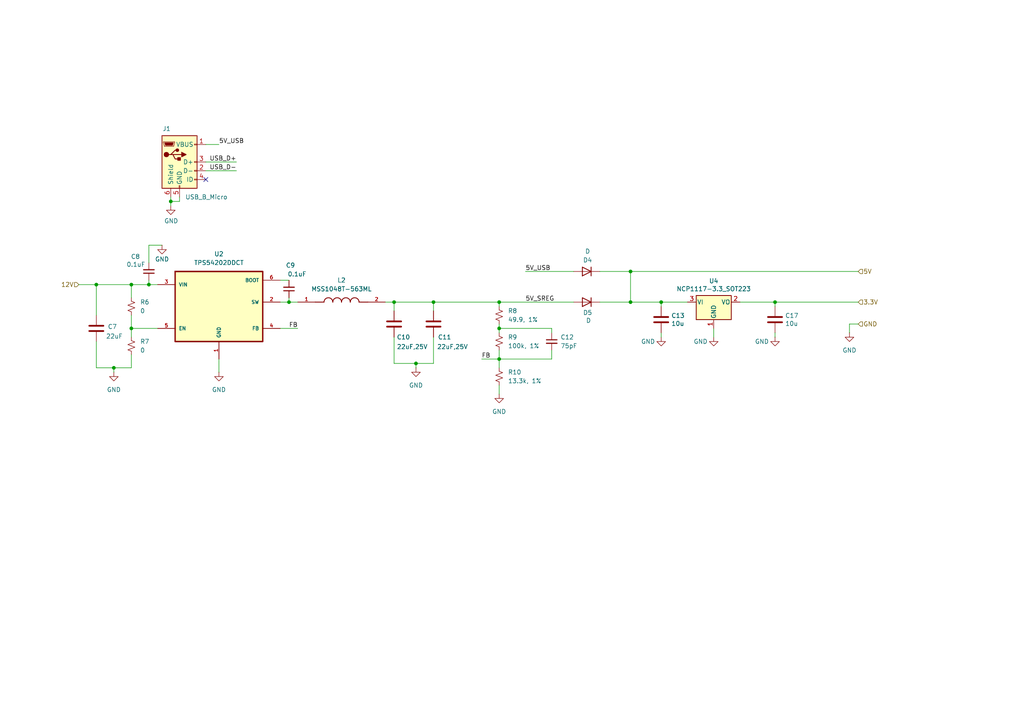
<source format=kicad_sch>
(kicad_sch (version 20250114) (generator "eeschema") (generator_version "9.0")
  (paper "A4")
  (lib_symbols
    (symbol "Connector:USB_B_Micro" (pin_names (offset 1.016))
      (property "Reference" "J" (at -5.08 11.43 0))
      (property "Value" "USB_B_Micro" (at -5.08 8.89 0))
      (symbol "USB_B_Micro_0_1"
        (rectangle (start -5.08 -7.62) (end 5.08 7.62) (stroke (width 0.254)) (fill (type background)))
        (polyline (pts (xy -4.699 5.842) (xy -4.699 5.588) (xy -4.445 4.826) (xy -4.445 4.572) (xy -1.651 4.572) (xy -1.651 4.826) (xy -1.397 5.588) (xy -1.397 5.842) (xy -4.699 5.842)))
        (polyline (pts (xy -4.318 5.588) (xy -1.778 5.588) (xy -2.032 4.826) (xy -4.064 4.826) (xy -4.318 5.588)) (fill (type outline)))
        (circle (center -3.81 2.159) (radius 0.635) (stroke (width 0.254)) (fill (type outline)))
        (polyline (pts (xy -3.175 2.159) (xy -2.54 2.159) (xy -1.27 3.429) (xy -0.635 3.429)) (stroke (width 0.254)))
        (polyline (pts (xy -2.54 2.159) (xy -1.905 2.159) (xy -1.27 0.889) (xy 0 0.889)) (stroke (width 0.254)))
        (polyline (pts (xy -1.905 2.159) (xy 0.635 2.159)) (stroke (width 0.254)))
        (circle (center -0.635 3.429) (radius 0.381) (stroke (width 0.254)) (fill (type outline)))
        (rectangle (start -0.127 -7.62) (end 0.127 -6.858))
        (rectangle (start 0.254 1.27) (end -0.508 0.508) (stroke (width 0.254)) (fill (type outline)))
        (polyline (pts (xy 0.635 2.794) (xy 0.635 1.524) (xy 1.905 2.159) (xy 0.635 2.794)) (stroke (width 0.254)) (fill (type outline)))
        (rectangle (start 5.08 4.953) (end 4.318 5.207))
        (rectangle (start 5.08 -0.127) (end 4.318 0.127))
        (rectangle (start 5.08 -2.667) (end 4.318 -2.413))
        (rectangle (start 5.08 -5.207) (end 4.318 -4.953))
      )
      (symbol "USB_B_Micro_1_1"
        (pin passive line (at -2.54 -10.16 90) (length 2.54) (name "Shield") (number "6"))
        (pin power_out line (at 0 -10.16 90) (length 2.54) (name "GND") (number "5"))
        (pin power_out line (at 7.62 5.08 180) (length 2.54) (name "VBUS") (number "1"))
        (pin bidirectional line (at 7.62 0 180) (length 2.54) (name "D+") (number "3"))
        (pin bidirectional line (at 7.62 -2.54 180) (length 2.54) (name "D-") (number "2"))
        (pin passive line (at 7.62 -5.08 180) (length 2.54) (name "ID") (number "4"))
      )
    )
    (symbol "Device:C" (pin_numbers (hide yes)) (pin_names (offset 0.254))
      (property "Reference" "C" (at 0.635 2.54 0))
      (property "Value" "C" (at 0.635 -2.54 0))
      (symbol "C_0_1"
        (polyline (pts (xy -2.032 0.762) (xy 2.032 0.762)) (stroke (width 0.508)))
        (polyline (pts (xy -2.032 -0.762) (xy 2.032 -0.762)) (stroke (width 0.508)))
      )
      (symbol "C_1_1"
        (pin passive line (at 0 3.81 270) (length 2.794) (name "~") (number "1"))
        (pin passive line (at 0 -3.81 90) (length 2.794) (name "~") (number "2"))
      )
    )
    (symbol "Device:C_Small" (pin_numbers (hide yes)) (pin_names (offset 0.254) (hide yes))
      (property "Reference" "C" (at 0.254 1.778 0))
      (property "Value" "C_Small" (at 0.254 -2.032 0))
      (symbol "C_Small_0_1"
        (polyline (pts (xy -1.524 0.508) (xy 1.524 0.508)) (stroke (width 0.3048)))
        (polyline (pts (xy -1.524 -0.508) (xy 1.524 -0.508)) (stroke (width 0.3302)))
      )
      (symbol "C_Small_1_1"
        (pin passive line (at 0 2.54 270) (length 2.032) (name "~") (number "1"))
        (pin passive line (at 0 -2.54 90) (length 2.032) (name "~") (number "2"))
      )
    )
    (symbol "Device:D" (pin_numbers (hide yes)) (pin_names (offset 1.016) (hide yes))
      (property "Reference" "D" (at 0 2.54 0))
      (property "Value" "D" (at 0 -2.54 0))
      (symbol "D_0_1"
        (polyline (pts (xy -1.27 1.27) (xy -1.27 -1.27)) (stroke (width 0.254)))
        (polyline (pts (xy 1.27 1.27) (xy 1.27 -1.27) (xy -1.27 0) (xy 1.27 1.27)) (stroke (width 0.254)))
        (polyline (pts (xy 1.27 0) (xy -1.27 0)))
      )
      (symbol "D_1_1"
        (pin passive line (at -3.81 0 0) (length 2.54) (name "K") (number "1"))
        (pin passive line (at 3.81 0 180) (length 2.54) (name "A") (number "2"))
      )
    )
    (symbol "Device:R_Small_US" (pin_numbers (hide yes)) (pin_names (offset 0.254) (hide yes))
      (property "Reference" "R" (at 0.762 0.508 0))
      (property "Value" "R_Small_US" (at 0.762 -1.016 0))
      (symbol "R_Small_US_1_1"
        (polyline (pts (xy 0 1.524) (xy 1.016 1.143) (xy 0 0.762) (xy -1.016 0.381) (xy 0 0)))
        (polyline (pts (xy 0 0) (xy 1.016 -0.381) (xy 0 -0.762) (xy -1.016 -1.143) (xy 0 -1.524)))
        (pin passive line (at 0 2.54 270) (length 1.016) (name "~") (number "1"))
        (pin passive line (at 0 -2.54 90) (length 1.016) (name "~") (number "2"))
      )
    )
    (symbol "ECE49022_Symbols:MSS1048-103MLC" (pin_names (offset 1.016))
      (property "Reference" "L" (at -5.08 2.54 0))
      (property "Value" "MSS1048-103MLC" (at -5.08 -2.54 0))
      (symbol "MSS1048-103MLC_0_0"
        (polyline (pts (xy -5.08 0) (xy -7.62 0)) (stroke (width 0.254)))
        (arc (start -5.08 0) (mid -3.81 1.2645) (end -2.54 0) (stroke (width 0.254)))
        (arc (start -2.54 0) (mid -1.27 1.2645) (end 0 0) (stroke (width 0.254)))
        (arc (start 0 0) (mid 1.27 1.2645) (end 2.54 0) (stroke (width 0.254)))
        (arc (start 2.54 0) (mid 3.81 1.2645) (end 5.08 0) (stroke (width 0.254)))
        (polyline (pts (xy 5.08 0) (xy 7.62 0)) (stroke (width 0.254)))
        (pin passive line (at -12.7 0 0) (length 5.08) (name "~") (number "1"))
        (pin passive line (at 12.7 0 180) (length 5.08) (name "~") (number "2"))
      )
    )
    (symbol "ECE49022_Symbols:TPS54202DDCT" (pin_names (offset 1.016))
      (property "Reference" "U1" (at 0 15.24 0))
      (property "Value" "TPS54202DDCT" (at 0 12.7 0))
      (symbol "TPS54202DDCT_0_0"
        (rectangle (start -12.7 10.16) (end 12.7 -10.16) (stroke (width 0.41)) (fill (type background)))
        (pin bidirectional line (at -17.78 6.35 0) (length 5.08) (name "VIN") (number "3"))
        (pin input line (at -17.78 -6.35 0) (length 5.08) (name "EN") (number "5"))
        (pin output line (at 17.78 7.62 180) (length 5.08) (name "BOOT") (number "6"))
        (pin output line (at 17.78 1.27 180) (length 5.08) (name "SW") (number "2"))
        (pin input line (at 17.78 -6.35 180) (length 5.08) (name "FB") (number "4"))
      )
      (symbol "TPS54202DDCT_1_0"
        (pin bidirectional line (at 0 -15.24 90) (length 5.08) (name "GND") (number "1"))
      )
    )
    (symbol "Regulator_Linear:NCP1117-3.3_SOT223" (pin_names (offset 0.254))
      (property "Reference" "U" (at -3.81 3.175 0))
      (property "Value" "NCP1117-3.3_SOT223" (at 0 3.175 0))
      (symbol "NCP1117-3.3_SOT223_0_1"
        (rectangle (start -5.08 -5.08) (end 5.08 1.905) (stroke (width 0.254)) (fill (type background)))
      )
      (symbol "NCP1117-3.3_SOT223_1_1"
        (pin power_in line (at -7.62 0 0) (length 2.54) (name "VI") (number "3"))
        (pin power_in line (at 0 -7.62 90) (length 2.54) (name "GND") (number "1"))
        (pin power_out line (at 7.62 0 180) (length 2.54) (name "VO") (number "2"))
      )
    )
    (symbol "power:GND" (power) (pin_numbers (hide yes)) (pin_names (offset 0) (hide yes))
      (property "Value" "GND" (at 0 -3.81 0))
      (symbol "GND_0_1"
        (polyline (pts (xy 0 0) (xy 0 -1.27) (xy 1.27 -1.27) (xy 0 -2.54) (xy -1.27 -1.27) (xy 0 -1.27)))
      )
      (symbol "GND_1_1"
        (pin power_in line (at 0 0 270) (length 0) (name "~") (number "1"))
      )
    )
  )
  (junction (at 144.78 87.63))
  (junction (at 43.18 82.55))
  (junction (at 182.88 78.74))
  (junction (at 33.02 106.68))
  (junction (at 144.78 104.14))
  (junction (at 191.77 87.63))
  (junction (at 27.94 82.55))
  (junction (at 224.79 87.63))
  (junction (at 120.65 105.41))
  (junction (at 144.78 95.25))
  (junction (at 114.3 87.63))
  (junction (at 182.88 87.63))
  (junction (at 38.1 82.55))
  (junction (at 49.53 58.42))
  (junction (at 83.82 87.63))
  (junction (at 125.73 87.63))
  (junction (at 38.1 95.25))
  (no_connect (at 59.69 52.07))
  (wire (pts (xy 120.65 106.68) (xy 120.65 105.41)))
  (wire (pts (xy 248.92 93.98) (xy 246.38 93.98)))
  (wire (pts (xy 224.79 96.52) (xy 224.79 97.79)))
  (wire (pts (xy 160.02 95.25) (xy 160.02 96.52)))
  (wire (pts (xy 33.02 107.95) (xy 33.02 106.68)))
  (wire (pts (xy 83.82 86.36) (xy 83.82 87.63)))
  (wire (pts (xy 38.1 91.44) (xy 38.1 95.25)))
  (wire (pts (xy 49.53 57.15) (xy 49.53 58.42)))
  (wire (pts (xy 52.07 57.15) (xy 52.07 58.42)))
  (wire (pts (xy 152.4 78.74) (xy 166.37 78.74)))
  (wire (pts (xy 125.73 97.79) (xy 125.73 105.41)))
  (wire (pts (xy 182.88 87.63) (xy 191.77 87.63)))
  (wire (pts (xy 114.3 105.41) (xy 120.65 105.41)))
  (wire (pts (xy 144.78 87.63) (xy 144.78 88.9)))
  (wire (pts (xy 182.88 78.74) (xy 248.92 78.74)))
  (wire (pts (xy 144.78 111.76) (xy 144.78 114.3)))
  (wire (pts (xy 38.1 95.25) (xy 38.1 97.79)))
  (wire (pts (xy 22.86 82.55) (xy 27.94 82.55)))
  (wire (pts (xy 191.77 88.9) (xy 191.77 87.63)))
  (wire (pts (xy 125.73 87.63) (xy 125.73 90.17)))
  (wire (pts (xy 144.78 104.14) (xy 160.02 104.14)))
  (wire (pts (xy 160.02 101.6) (xy 160.02 104.14)))
  (wire (pts (xy 83.82 87.63) (xy 86.36 87.63)))
  (wire (pts (xy 49.53 58.42) (xy 49.53 59.69)))
  (wire (pts (xy 246.38 93.98) (xy 246.38 96.52)))
  (wire (pts (xy 182.88 78.74) (xy 182.88 87.63)))
  (wire (pts (xy 224.79 87.63) (xy 248.92 87.63)))
  (wire (pts (xy 173.99 87.63) (xy 182.88 87.63)))
  (wire (pts (xy 43.18 82.55) (xy 45.72 82.55)))
  (wire (pts (xy 144.78 93.98) (xy 144.78 95.25)))
  (wire (pts (xy 27.94 82.55) (xy 38.1 82.55)))
  (wire (pts (xy 120.65 105.41) (xy 125.73 105.41)))
  (wire (pts (xy 81.28 87.63) (xy 83.82 87.63)))
  (wire (pts (xy 207.01 95.25) (xy 207.01 97.79)))
  (wire (pts (xy 111.76 87.63) (xy 114.3 87.63)))
  (wire (pts (xy 81.28 81.28) (xy 83.82 81.28)))
  (wire (pts (xy 191.77 87.63) (xy 199.39 87.63)))
  (wire (pts (xy 125.73 87.63) (xy 144.78 87.63)))
  (wire (pts (xy 144.78 104.14) (xy 144.78 106.68)))
  (wire (pts (xy 43.18 81.28) (xy 43.18 82.55)))
  (wire (pts (xy 160.02 95.25) (xy 144.78 95.25)))
  (wire (pts (xy 114.3 97.79) (xy 114.3 105.41)))
  (wire (pts (xy 43.18 71.12) (xy 43.18 76.2)))
  (wire (pts (xy 38.1 82.55) (xy 43.18 82.55)))
  (wire (pts (xy 33.02 106.68) (xy 38.1 106.68)))
  (wire (pts (xy 114.3 87.63) (xy 125.73 87.63)))
  (wire (pts (xy 139.7 104.14) (xy 144.78 104.14)))
  (wire (pts (xy 52.07 58.42) (xy 49.53 58.42)))
  (wire (pts (xy 27.94 106.68) (xy 33.02 106.68)))
  (wire (pts (xy 59.69 49.53) (xy 68.58 49.53)))
  (wire (pts (xy 38.1 102.87) (xy 38.1 106.68)))
  (wire (pts (xy 114.3 87.63) (xy 114.3 90.17)))
  (wire (pts (xy 224.79 88.9) (xy 224.79 87.63)))
  (wire (pts (xy 59.69 41.91) (xy 63.5 41.91)))
  (wire (pts (xy 81.28 95.25) (xy 86.36 95.25)))
  (wire (pts (xy 38.1 95.25) (xy 45.72 95.25)))
  (wire (pts (xy 144.78 101.6) (xy 144.78 104.14)))
  (wire (pts (xy 63.5 104.14) (xy 63.5 107.95)))
  (wire (pts (xy 38.1 82.55) (xy 38.1 86.36)))
  (wire (pts (xy 59.69 46.99) (xy 68.58 46.99)))
  (wire (pts (xy 173.99 78.74) (xy 182.88 78.74)))
  (wire (pts (xy 27.94 82.55) (xy 27.94 91.44)))
  (wire (pts (xy 144.78 87.63) (xy 166.37 87.63)))
  (wire (pts (xy 27.94 99.06) (xy 27.94 106.68)))
  (wire (pts (xy 144.78 95.25) (xy 144.78 96.52)))
  (wire (pts (xy 214.63 87.63) (xy 224.79 87.63)))
  (wire (pts (xy 43.18 71.12) (xy 46.99 71.12)))
  (wire (pts (xy 191.77 96.52) (xy 191.77 97.79)))
  (label "5V_USB" (at 63.5 41.91 0))
  (label "USB_D+" (at 68.58 46.99 180))
  (label "FB" (at 86.36 95.25 180))
  (label "FB" (at 139.7 104.14 0))
  (label "USB_D-" (at 68.58 49.53 180))
  (label "5V_USB" (at 152.4 78.74 0))
  (label "5V_SREG" (at 152.4 87.63 0))
  (hierarchical_label "5V" (shape input) (at 248.92 78.74 0))
  (hierarchical_label "3.3V" (shape input) (at 248.92 87.63 0))
  (hierarchical_label "12V" (shape input) (at 22.86 82.55 180))
  (hierarchical_label "GND" (shape input) (at 248.92 93.98 0))
  (symbol (lib_id "Connector:USB_B_Micro") (at 52.07 46.99 0) (unit 1)
    (property "Reference" "J1" (at 49.53 37.338 0) (effects (justify right)))
    (property "Value" "USB_B_Micro" (at 66.04 57.15 0) (effects (justify right)))
    (property "Footprint" "49022_Footprints:USB_Micro-B_Amphenol_10103594-0001LF_Horizontal_modified" (effects (hide yes)))
  )
  (symbol (lib_id "Device:C") (at 191.77 92.71 0) (unit 1)
    (property "Reference" "C13" (at 194.691 91.5416 0) (effects (justify left)))
    (property "Value" "10u" (at 194.691 93.853 0) (effects (justify left)))
    (property "Footprint" "Capacitor_SMD:C_0805_2012Metric" (effects (hide yes)))
  )
  (symbol (lib_id "Device:C_Small") (at 83.82 83.82 180) (unit 1)
    (property "Reference" "C9" (at 85.598 76.962 0) (effects (justify left)))
    (property "Value" "0.1uF" (at 88.9 79.502 0) (effects (justify left)))
    (property "Footprint" "Capacitor_SMD:C_0402_1005Metric" (effects (hide yes)))
    (property "Description" "GRM155R71E104KE14D" (effects (hide yes)))
  )
  (symbol (lib_id "power:GND") (at 63.5 107.95 0) (unit 1)
    (property "Reference" "#PWR08" (effects (hide yes)))
    (property "Value" "GND" (at 63.5 113.03 0))
    (property "Description" "Power symbol creates a global label with name \"GND\" , ground" (effects (hide yes)))
  )
  (symbol (lib_id "power:GND") (at 33.02 107.95 0) (unit 1)
    (property "Reference" "#PWR06" (effects (hide yes)))
    (property "Value" "GND" (at 33.02 113.03 0))
    (property "Description" "Power symbol creates a global label with name \"GND\" , ground" (effects (hide yes)))
  )
  (symbol (lib_id "ECE49022_Symbols:MSS1048-103MLC") (at 99.06 87.63 0) (unit 1)
    (property "Reference" "L2" (at 99.06 81.28 0))
    (property "Value" "MSS1048T-563ML" (at 99.06 83.82 0))
    (property "Footprint" "49022_Footprints:IND_MSS1048" (effects (hide yes)))
    (property "Datasheet" "https://www.coilcraft.com/getmedia/6f8116f7-0036-41bf-97c5-9bae06e6af25/mss1048t.pdf" (effects (hide yes)))
    (property "MF" "Coilcraft" (effects (hide yes)))
    (property "MAXIMUM_PACKAGE_HEIGHT" "4.00mm" (effects (hide yes)))
    (property "CREATOR" "AAMIR" (effects (hide yes)))
    (property "Price" "None" (effects (hide yes)))
    (property "Package" "None" (effects (hide yes)))
    (property "Check_prices" "https://www.snapeda.com/parts/MSS1048-103MLC/Coilcraft/view-part/?ref=eda" (effects (hide yes)))
    (property "STANDARD" "Manufacturer Recommendations" (effects (hide yes)))
    (property "PARTREV" "02/16/22" (effects (hide yes)))
    (property "VERIFIER" "RODRIGO" (effects (hide yes)))
    (property "SnapEDA_Link" "https://www.snapeda.com/parts/MSS1048-103MLC/Coilcraft/view-part/?ref=snap" (effects (hide yes)))
    (property "MP" "MSS1048-103MLC" (effects (hide yes)))
    (property "Description_1" "10 µH Shielded Drum Core Inductor 4.79 A 23mOhm Max Nonstandard" (effects (hide yes)))
    (property "Availability" "In Stock" (effects (hide yes)))
    (property "MANUFACTURER" "Coilcraft" (effects (hide yes)))
  )
  (symbol (lib_id "power:GND") (at 207.01 97.79 0) (unit 1)
    (property "Reference" "#PWR024" (effects (hide yes)))
    (property "Value" "GND" (at 203.2 99.06 0))
  )
  (symbol (lib_id "Regulator_Linear:NCP1117-3.3_SOT223") (at 207.01 87.63 0) (unit 1)
    (property "Reference" "U4" (at 207.01 81.4832 0))
    (property "Value" "NCP1117-3.3_SOT223" (at 207.01 83.7946 0))
    (property "Footprint" "Package_TO_SOT_SMD:SOT-223-3_TabPin2" (effects (hide yes)))
    (property "Datasheet" "http://www.onsemi.com/pub_link/Collateral/NCP1117-D.PDF" (effects (hide yes)))
  )
  (symbol (lib_id "Device:R_Small_US") (at 144.78 109.22 0) (unit 1)
    (property "Reference" "R10" (at 147.32 107.9499 0) (effects (justify left)))
    (property "Value" "13.3k, 1%" (at 147.32 110.4899 0) (effects (justify left)))
    (property "Footprint" "Capacitor_SMD:C_0402_1005Metric" (effects (hide yes)))
    (property "Description" "RC0402FR-1313K3L" (effects (hide yes)))
  )
  (symbol (lib_id "Device:C") (at 27.94 95.25 0) (unit 1)
    (property "Reference" "C7" (at 31.242 94.742 0) (effects (justify left)))
    (property "Value" "22uF" (at 30.734 97.536 0) (effects (justify left)))
    (property "Footprint" "Capacitor_SMD:C_0805_2012Metric_Pad1.18x1.45mm_HandSolder" (effects (hide yes)))
    (property "Description" "GRT21BR61E226ME13" (effects (hide yes)))
  )
  (symbol (lib_id "power:GND") (at 49.53 59.69 0) (unit 1)
    (property "Reference" "#PWR014" (effects (hide yes)))
    (property "Value" "GND" (at 49.657 64.0842 0))
  )
  (symbol (lib_id "power:GND") (at 144.78 114.3 0) (unit 1)
    (property "Reference" "#PWR010" (effects (hide yes)))
    (property "Value" "GND" (at 144.78 119.38 0))
    (property "Description" "Power symbol creates a global label with name \"GND\" , ground" (effects (hide yes)))
  )
  (symbol (lib_id "power:GND") (at 120.65 106.68 0) (unit 1)
    (property "Reference" "#PWR09" (effects (hide yes)))
    (property "Value" "GND" (at 120.65 111.76 0))
    (property "Description" "Power symbol creates a global label with name \"GND\" , ground" (effects (hide yes)))
  )
  (symbol (lib_id "power:GND") (at 191.77 97.79 0) (unit 1)
    (property "Reference" "#PWR023" (effects (hide yes)))
    (property "Value" "GND" (at 187.96 99.06 0))
  )
  (symbol (lib_id "Device:C_Small") (at 160.02 99.06 0) (unit 1)
    (property "Reference" "C12" (at 162.56 97.7962 0) (effects (justify left)))
    (property "Value" "75pF" (at 162.56 100.3362 0) (effects (justify left)))
    (property "Footprint" "Capacitor_SMD:C_0402_1005Metric" (effects (hide yes)))
    (property "Description" "GRM1555C1H750JA01D" (effects (hide yes)))
  )
  (symbol (lib_id "Device:C_Small") (at 43.18 78.74 180) (unit 1)
    (property "Reference" "C8" (at 40.64 74.422 0) (effects (justify left)))
    (property "Value" "0.1uF" (at 42.164 76.708 0) (effects (justify left)))
    (property "Footprint" "Capacitor_SMD:C_0402_1005Metric" (effects (hide yes)))
    (property "Description" "GRM155R71E104KE14D" (effects (hide yes)))
  )
  (symbol (lib_id "power:GND") (at 46.99 71.12 0) (unit 1)
    (property "Reference" "#PWR07" (effects (hide yes)))
    (property "Value" "GND" (at 46.99 75.184 0))
    (property "Description" "Power symbol creates a global label with name \"GND\" , ground" (effects (hide yes)))
  )
  (symbol (lib_id "Device:R_Small_US") (at 38.1 100.33 0) (unit 1)
    (property "Reference" "R7" (at 40.64 99.0599 0) (effects (justify left)))
    (property "Value" "0" (at 40.64 101.5999 0) (effects (justify left)))
    (property "Footprint" "Capacitor_SMD:C_0402_1005Metric" (effects (hide yes)))
    (property "Description" "RC0402JR-070RL" (effects (hide yes)))
  )
  (symbol (lib_id "Device:C") (at 125.73 93.98 0) (unit 1)
    (property "Reference" "C11" (at 127 97.79 0) (effects (justify left)))
    (property "Value" "22uF,25V" (at 126.746 100.584 0) (effects (justify left)))
    (property "Footprint" "Capacitor_SMD:C_0805_2012Metric_Pad1.18x1.45mm_HandSolder" (effects (hide yes)))
    (property "Description" "GRT21BR61E226ME13" (effects (hide yes)))
  )
  (symbol (lib_id "ECE49022_Symbols:TPS54202DDCT") (at 63.5 88.9 0) (unit 1)
    (property "Reference" "U2" (at 63.5 73.66 0))
    (property "Value" "TPS54202DDCT" (at 63.5 76.2 0))
    (property "Footprint" "49022_Footprints:TPS54202" (effects (hide yes)))
  )
  (symbol (lib_id "power:GND") (at 246.38 96.52 0) (unit 1)
    (property "Reference" "#PWR039" (effects (hide yes)))
    (property "Value" "GND" (at 246.38 101.6 0))
    (property "Description" "Power symbol creates a global label with name \"GND\" , ground" (effects (hide yes)))
  )
  (symbol (lib_id "Device:D") (at 170.18 78.74 180) (unit 1)
    (property "Reference" "D4" (at 170.434 75.438 0))
    (property "Value" "D" (at 170.434 72.898 0))
    (property "Description" "Diode" (effects (hide yes)))
    (property "Sim.Device" "D" (effects (hide yes)))
    (property "Sim.Pins" "1=K 2=A" (effects (hide yes)))
  )
  (symbol (lib_id "Device:D") (at 170.18 87.63 180) (unit 1)
    (property "Reference" "D5" (at 170.434 90.678 0))
    (property "Value" "D" (at 170.688 92.964 0))
    (property "Description" "Diode" (effects (hide yes)))
    (property "Sim.Device" "D" (effects (hide yes)))
    (property "Sim.Pins" "1=K 2=A" (effects (hide yes)))
  )
  (symbol (lib_id "power:GND") (at 224.79 97.79 0) (unit 1)
    (property "Reference" "#PWR037" (effects (hide yes)))
    (property "Value" "GND" (at 220.98 99.06 0))
  )
  (symbol (lib_id "Device:C") (at 114.3 93.98 0) (unit 1)
    (property "Reference" "C10" (at 115.062 97.79 0) (effects (justify left)))
    (property "Value" "22uF,25V" (at 115.062 100.584 0) (effects (justify left)))
    (property "Footprint" "Capacitor_SMD:C_0805_2012Metric_Pad1.18x1.45mm_HandSolder" (effects (hide yes)))
    (property "Description" "GRT21BR61E226ME13" (effects (hide yes)))
  )
  (symbol (lib_id "Device:R_Small_US") (at 144.78 99.06 0) (unit 1)
    (property "Reference" "R9" (at 147.32 97.7899 0) (effects (justify left)))
    (property "Value" "100k, 1%" (at 147.32 100.3299 0) (effects (justify left)))
    (property "Footprint" "Capacitor_SMD:C_0402_1005Metric" (effects (hide yes)))
    (property "Description" "RC0402FR-07100KL" (effects (hide yes)))
  )
  (symbol (lib_id "Device:C") (at 224.79 92.71 0) (unit 1)
    (property "Reference" "C17" (at 227.711 91.5416 0) (effects (justify left)))
    (property "Value" "10u" (at 227.711 93.853 0) (effects (justify left)))
    (property "Footprint" "Capacitor_SMD:C_0805_2012Metric" (effects (hide yes)))
  )
  (symbol (lib_id "Device:R_Small_US") (at 144.78 91.44 0) (unit 1)
    (property "Reference" "R8" (at 147.32 90.1699 0) (effects (justify left)))
    (property "Value" "49.9, 1%" (at 147.32 92.7099 0) (effects (justify left)))
    (property "Footprint" "Capacitor_SMD:C_0402_1005Metric" (effects (hide yes)))
    (property "Description" "RC0402FR-0749R9L" (effects (hide yes)))
  )
  (symbol (lib_id "Device:R_Small_US") (at 38.1 88.9 0) (unit 1)
    (property "Reference" "R6" (at 40.64 87.6299 0) (effects (justify left)))
    (property "Value" "0" (at 40.64 90.1699 0) (effects (justify left)))
    (property "Footprint" "Capacitor_SMD:C_0402_1005Metric" (effects (hide yes)))
    (property "Description" "RC0402JR-070RL" (effects (hide yes)))
  )
)
</source>
